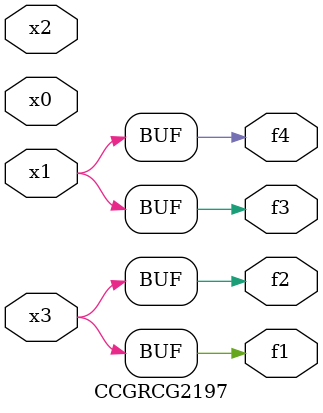
<source format=v>
module CCGRCG2197(
	input x0, x1, x2, x3,
	output f1, f2, f3, f4
);
	assign f1 = x3;
	assign f2 = x3;
	assign f3 = x1;
	assign f4 = x1;
endmodule

</source>
